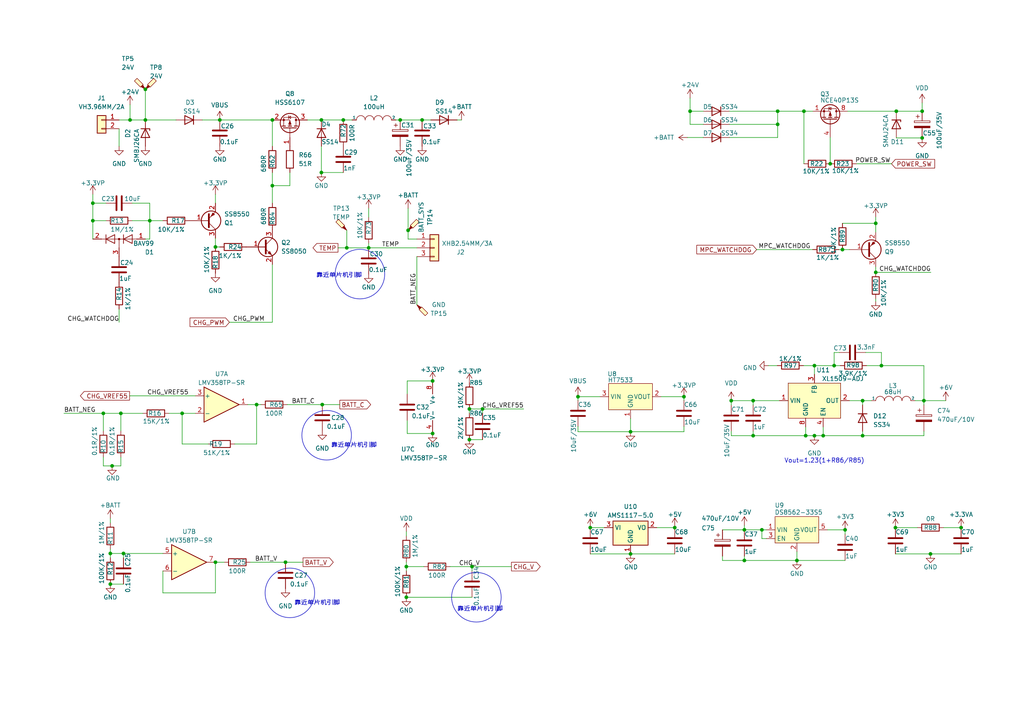
<source format=kicad_sch>
(kicad_sch (version 20231120) (generator "eeschema") (generator_version "8.0")
  (paper "A4")
  (junction (at 267.462 32.258))
  (junction (at 225.552 36.068))
  (junction (at 62.484 163.068))
  (junction (at 233.172 32.258))
  (junction (at 42.164 34.798))
  (junction (at 225.552 32.258))
  (junction (at 182.88 125.222))
  (junction (at 250.19 126.365))
  (junction (at 255.651 106.045))
  (junction (at 238.76 126.365))
  (junction (at 32.512 135.128))
  (junction (at 35.052 119.888))
  (junction (at 245.11 153.67))
  (junction (at 26.924 58.928))
  (junction (at 136.144 118.618))
  (junction (at 93.218 50.038))
  (junction (at 182.88 160.655))
  (junction (at 52.832 119.888))
  (junction (at 220.98 153.67))
  (junction (at 42.164 25.908))
  (junction (at 218.44 126.365))
  (junction (at 93.472 117.348))
  (junction (at 100.584 71.882))
  (junction (at 122.428 34.798))
  (junction (at 93.218 34.798))
  (junction (at 43.434 64.008))
  (junction (at 32.004 160.528))
  (junction (at 215.9 153.67))
  (junction (at 200.152 32.258))
  (junction (at 167.64 115.062))
  (junction (at 99.568 34.798))
  (junction (at 259.715 153.035))
  (junction (at 139.954 118.618))
  (junction (at 82.804 163.068))
  (junction (at 78.994 34.798))
  (junction (at 278.765 153.035))
  (junction (at 26.924 64.008))
  (junction (at 106.934 71.882))
  (junction (at 233.68 126.365))
  (junction (at 63.754 34.798))
  (junction (at 171.196 153.035))
  (junction (at 125.476 110.49))
  (junction (at 269.875 160.655))
  (junction (at 32.004 169.418))
  (junction (at 250.19 116.205))
  (junction (at 198.374 115.062))
  (junction (at 116.078 34.798))
  (junction (at 74.422 117.348))
  (junction (at 117.856 164.338))
  (junction (at 35.814 160.528))
  (junction (at 62.484 71.628))
  (junction (at 125.476 125.73))
  (junction (at 212.09 116.205))
  (junction (at 78.994 53.848))
  (junction (at 37.719 34.798))
  (junction (at 136.144 127.508))
  (junction (at 29.972 119.888))
  (junction (at 241.935 106.045))
  (junction (at 236.22 126.365))
  (junction (at 136.906 164.338))
  (junction (at 244.348 72.39))
  (junction (at 240.792 47.498))
  (junction (at 215.9 162.56))
  (junction (at 231.14 162.56))
  (junction (at 254 64.77))
  (junction (at 259.969 32.258))
  (junction (at 195.707 153.035))
  (junction (at 236.22 106.045))
  (junction (at 117.856 173.228))
  (junction (at 267.97 116.205))
  (junction (at 267.462 40.005))
  (junction (at 118.364 66.802))
  (junction (at 218.44 116.205))
  (junction (at 254 78.994))
  (wire (pts (xy 32.004 160.528) (xy 35.814 160.528)))
  (wire (pts (xy 215.9 161.29) (xy 215.9 162.56)))
  (wire (pts (xy 37.592 114.808) (xy 56.642 114.808)))
  (wire (pts (xy 200.152 32.258) (xy 203.962 32.258)))
  (wire (pts (xy 106.934 71.882) (xy 106.934 70.612)))
  (wire (pts (xy 34.544 37.338) (xy 34.544 42.418)))
  (wire (pts (xy 267.97 106.045) (xy 267.97 116.205)))
  (wire (pts (xy 133.858 34.798) (xy 132.588 34.798)))
  (wire (pts (xy 171.196 153.035) (xy 175.26 153.035)))
  (wire (pts (xy 215.9 153.67) (xy 215.9 152.4)))
  (wire (pts (xy 233.172 32.258) (xy 233.172 47.498)))
  (wire (pts (xy 267.462 40.005) (xy 259.969 40.005)))
  (wire (pts (xy 117.856 154.178) (xy 117.856 155.448)))
  (wire (pts (xy 243.332 72.39) (xy 244.348 72.39)))
  (wire (pts (xy 93.218 50.038) (xy 93.218 42.418)))
  (wire (pts (xy 35.052 119.888) (xy 41.402 119.888)))
  (wire (pts (xy 211.582 39.878) (xy 225.552 39.878)))
  (wire (pts (xy 259.715 153.035) (xy 266.065 153.035)))
  (wire (pts (xy 254 87.376) (xy 254 86.614)))
  (wire (pts (xy 200.152 28.448) (xy 200.152 32.258)))
  (wire (pts (xy 74.422 117.348) (xy 75.692 117.348)))
  (wire (pts (xy 212.09 116.205) (xy 218.44 116.205)))
  (wire (pts (xy 198.374 115.062) (xy 198.374 116.078)))
  (wire (pts (xy 38.354 58.928) (xy 43.434 58.928)))
  (wire (pts (xy 42.164 25.908) (xy 42.164 34.798)))
  (wire (pts (xy 212.09 117.475) (xy 212.09 116.205)))
  (wire (pts (xy 106.934 60.452) (xy 106.934 62.992)))
  (wire (pts (xy 139.954 118.618) (xy 139.954 119.888)))
  (wire (pts (xy 267.462 40.132) (xy 267.462 40.005)))
  (wire (pts (xy 211.582 32.258) (xy 225.552 32.258)))
  (wire (pts (xy 139.954 118.618) (xy 151.892 118.618)))
  (wire (pts (xy 58.674 34.798) (xy 63.754 34.798)))
  (wire (pts (xy 43.434 64.008) (xy 43.434 69.342)))
  (wire (pts (xy 38.354 64.008) (xy 43.434 64.008)))
  (wire (pts (xy 225.552 32.258) (xy 233.172 32.258)))
  (wire (pts (xy 167.64 115.062) (xy 173.99 115.062)))
  (wire (pts (xy 18.542 119.888) (xy 29.972 119.888)))
  (wire (pts (xy 43.434 64.008) (xy 47.244 64.008)))
  (wire (pts (xy 250.19 126.365) (xy 250.19 125.095)))
  (wire (pts (xy 60.452 128.778) (xy 52.832 128.778)))
  (wire (pts (xy 254 64.77) (xy 254 67.31)))
  (wire (pts (xy 100.584 71.882) (xy 106.934 71.882)))
  (wire (pts (xy 211.582 36.068) (xy 225.552 36.068)))
  (wire (pts (xy 68.072 128.778) (xy 74.422 128.778)))
  (wire (pts (xy 218.44 126.365) (xy 233.68 126.365)))
  (wire (pts (xy 62.484 171.958) (xy 62.484 163.068)))
  (wire (pts (xy 99.568 34.798) (xy 93.218 34.798)))
  (wire (pts (xy 171.196 160.655) (xy 182.88 160.655)))
  (wire (pts (xy 238.76 126.365) (xy 250.19 126.365)))
  (wire (pts (xy 209.55 162.56) (xy 209.55 161.29)))
  (wire (pts (xy 245.11 153.67) (xy 245.11 154.94)))
  (wire (pts (xy 222.25 156.21) (xy 220.98 156.21)))
  (wire (pts (xy 267.462 40.005) (xy 267.462 39.878)))
  (wire (pts (xy 250.19 117.475) (xy 250.19 116.205)))
  (wire (pts (xy 238.76 123.825) (xy 238.76 126.365)))
  (wire (pts (xy 63.754 34.798) (xy 78.994 34.798)))
  (wire (pts (xy 215.9 162.56) (xy 209.55 162.56)))
  (wire (pts (xy 114.808 34.798) (xy 116.078 34.798)))
  (wire (pts (xy 250.19 126.365) (xy 267.97 126.365)))
  (wire (pts (xy 222.885 106.045) (xy 225.425 106.045)))
  (wire (pts (xy 120.904 74.422) (xy 120.904 88.392)))
  (wire (pts (xy 62.484 56.388) (xy 62.484 58.928)))
  (wire (pts (xy 34.544 34.798) (xy 37.719 34.798)))
  (wire (pts (xy 100.584 71.882) (xy 98.044 71.882)))
  (wire (pts (xy 43.434 58.928) (xy 43.434 64.008)))
  (wire (pts (xy 118.11 110.49) (xy 125.476 110.49)))
  (wire (pts (xy 52.832 119.888) (xy 56.642 119.888)))
  (wire (pts (xy 267.97 116.205) (xy 265.43 116.205)))
  (wire (pts (xy 78.994 53.848) (xy 84.074 53.848)))
  (wire (pts (xy 182.88 160.655) (xy 195.707 160.655)))
  (wire (pts (xy 136.906 165.608) (xy 136.906 164.338)))
  (wire (pts (xy 117.856 164.338) (xy 122.936 164.338)))
  (wire (pts (xy 252.73 116.205) (xy 250.19 116.205)))
  (wire (pts (xy 267.97 117.475) (xy 267.97 116.205)))
  (wire (pts (xy 42.164 69.342) (xy 43.434 69.342)))
  (wire (pts (xy 251.333 106.045) (xy 255.651 106.045)))
  (wire (pts (xy 74.422 128.778) (xy 74.422 117.348)))
  (wire (pts (xy 195.707 153.035) (xy 190.5 153.035)))
  (wire (pts (xy 136.906 164.338) (xy 148.336 164.338)))
  (wire (pts (xy 49.022 119.888) (xy 52.832 119.888)))
  (wire (pts (xy 255.651 106.045) (xy 267.97 106.045)))
  (wire (pts (xy 93.472 117.348) (xy 98.552 117.348)))
  (wire (pts (xy 93.218 50.038) (xy 99.568 50.038)))
  (wire (pts (xy 118.11 121.92) (xy 118.11 125.73)))
  (wire (pts (xy 246.38 116.205) (xy 250.19 116.205)))
  (wire (pts (xy 32.004 160.528) (xy 32.004 161.798)))
  (wire (pts (xy 215.9 153.67) (xy 209.55 153.67)))
  (wire (pts (xy 218.44 116.205) (xy 218.44 117.475)))
  (wire (pts (xy 29.972 124.968) (xy 29.972 119.888)))
  (wire (pts (xy 274.32 116.205) (xy 267.97 116.205)))
  (wire (pts (xy 273.685 153.035) (xy 278.765 153.035)))
  (wire (pts (xy 182.88 121.412) (xy 182.88 125.222)))
  (wire (pts (xy 225.552 32.258) (xy 225.552 36.068)))
  (wire (pts (xy 26.924 56.388) (xy 26.924 58.928)))
  (wire (pts (xy 198.374 125.222) (xy 198.374 123.698)))
  (wire (pts (xy 83.312 117.348) (xy 93.472 117.348)))
  (wire (pts (xy 199.39 39.878) (xy 203.962 39.878)))
  (wire (pts (xy 29.972 119.888) (xy 35.052 119.888)))
  (wire (pts (xy 82.804 163.068) (xy 87.884 163.068)))
  (wire (pts (xy 78.994 53.848) (xy 78.994 50.038)))
  (wire (pts (xy 233.172 32.258) (xy 235.712 32.258)))
  (wire (pts (xy 236.22 108.585) (xy 236.22 106.045)))
  (wire (pts (xy 42.164 34.798) (xy 51.054 34.798)))
  (wire (pts (xy 66.548 93.472) (xy 78.994 93.472)))
  (wire (pts (xy 118.11 114.3) (xy 118.11 110.49)))
  (wire (pts (xy 240.03 153.67) (xy 245.11 153.67)))
  (wire (pts (xy 244.348 72.39) (xy 246.38 72.39)))
  (wire (pts (xy 200.152 36.068) (xy 203.962 36.068)))
  (wire (pts (xy 100.584 66.802) (xy 100.584 71.882)))
  (wire (pts (xy 241.935 102.235) (xy 241.935 106.045)))
  (wire (pts (xy 231.14 162.56) (xy 245.11 162.56)))
  (wire (pts (xy 251.079 102.235) (xy 255.651 102.235)))
  (wire (pts (xy 72.644 163.068) (xy 82.804 163.068)))
  (wire (pts (xy 254 78.994) (xy 270.002 78.994)))
  (wire (pts (xy 34.544 93.472) (xy 34.544 89.662)))
  (wire (pts (xy 267.462 29.845) (xy 267.462 32.258)))
  (wire (pts (xy 74.422 117.348) (xy 71.882 117.348)))
  (wire (pts (xy 233.045 106.045) (xy 236.22 106.045)))
  (wire (pts (xy 52.832 128.778) (xy 52.832 119.888)))
  (wire (pts (xy 215.9 162.56) (xy 231.14 162.56)))
  (wire (pts (xy 248.412 47.498) (xy 258.572 47.498)))
  (wire (pts (xy 32.512 135.128) (xy 35.052 135.128)))
  (wire (pts (xy 255.651 102.235) (xy 255.651 106.045)))
  (wire (pts (xy 167.64 114.808) (xy 167.64 115.062)))
  (wire (pts (xy 136.144 119.888) (xy 136.144 118.618)))
  (wire (pts (xy 32.004 169.418) (xy 35.814 169.418)))
  (wire (pts (xy 167.64 125.222) (xy 182.88 125.222)))
  (wire (pts (xy 26.924 64.008) (xy 26.924 69.342)))
  (wire (pts (xy 215.9 153.67) (xy 220.98 153.67)))
  (wire (pts (xy 118.364 66.802) (xy 118.364 69.342)))
  (wire (pts (xy 122.428 34.798) (xy 124.968 34.798)))
  (wire (pts (xy 26.924 58.928) (xy 26.924 64.008)))
  (wire (pts (xy 167.64 115.062) (xy 167.64 116.078)))
  (wire (pts (xy 259.969 32.258) (xy 267.462 32.258)))
  (wire (pts (xy 225.552 39.878) (xy 225.552 36.068)))
  (wire (pts (xy 254 62.992) (xy 254 64.77)))
  (wire (pts (xy 37.719 34.798) (xy 42.164 34.798)))
  (wire (pts (xy 219.456 72.39) (xy 235.712 72.39)))
  (wire (pts (xy 269.875 160.655) (xy 278.765 160.655)))
  (wire (pts (xy 236.22 106.045) (xy 241.935 106.045)))
  (wire (pts (xy 267.97 126.365) (xy 267.97 125.095)))
  (wire (pts (xy 118.11 125.73) (xy 125.476 125.73)))
  (wire (pts (xy 106.934 71.882) (xy 120.904 71.882)))
  (wire (pts (xy 35.814 160.528) (xy 47.244 160.528)))
  (wire (pts (xy 32.004 150.368) (xy 32.004 151.638)))
  (wire (pts (xy 117.856 164.338) (xy 117.856 165.608)))
  (wire (pts (xy 78.994 76.708) (xy 78.994 93.472)))
  (wire (pts (xy 243.459 102.235) (xy 241.935 102.235)))
  (wire (pts (xy 29.972 135.128) (xy 32.512 135.128)))
  (wire (pts (xy 245.872 32.258) (xy 259.969 32.258)))
  (wire (pts (xy 191.77 115.062) (xy 198.374 115.062)))
  (wire (pts (xy 63.754 71.628) (xy 62.484 71.628)))
  (wire (pts (xy 78.994 53.848) (xy 78.994 58.928)))
  (wire (pts (xy 200.152 32.258) (xy 200.152 36.068)))
  (wire (pts (xy 195.707 152.781) (xy 195.707 153.035)))
  (wire (pts (xy 167.64 123.698) (xy 167.64 125.222)))
  (wire (pts (xy 259.969 40.005) (xy 259.969 39.878)))
  (wire (pts (xy 254 78.994) (xy 254 77.47)))
  (wire (pts (xy 231.14 160.02) (xy 231.14 162.56)))
  (wire (pts (xy 29.972 132.588) (xy 29.972 135.128)))
  (wire (pts (xy 220.98 153.67) (xy 222.25 153.67)))
  (wire (pts (xy 259.715 160.655) (xy 269.875 160.655)))
  (wire (pts (xy 116.078 34.798) (xy 122.428 34.798)))
  (wire (pts (xy 241.935 106.045) (xy 243.713 106.045)))
  (wire (pts (xy 84.074 53.848) (xy 84.074 50.038)))
  (wire (pts (xy 62.484 163.068) (xy 65.024 163.068)))
  (wire (pts (xy 233.68 126.365) (xy 236.22 126.365)))
  (wire (pts (xy 35.052 119.888) (xy 35.052 124.968)))
  (wire (pts (xy 26.924 64.008) (xy 30.734 64.008)))
  (wire (pts (xy 233.68 123.825) (xy 233.68 126.365)))
  (wire (pts (xy 26.924 58.928) (xy 30.734 58.928)))
  (wire (pts (xy 212.09 126.365) (xy 218.44 126.365)))
  (wire (pts (xy 220.98 156.21) (xy 220.98 153.67)))
  (wire (pts (xy 218.44 126.365) (xy 218.44 125.095)))
  (wire (pts (xy 254 64.77) (xy 244.348 64.77)))
  (wire (pts (xy 47.244 171.958) (xy 62.484 171.958)))
  (wire (pts (xy 117.856 163.068) (xy 117.856 164.338)))
  (wire (pts (xy 35.052 135.128) (xy 35.052 132.588)))
  (wire (pts (xy 37.719 30.353) (xy 37.719 34.798)))
  (wire (pts (xy 118.364 69.342) (xy 120.904 69.342)))
  (wire (pts (xy 236.22 126.365) (xy 238.76 126.365)))
  (wire (pts (xy 62.484 69.088) (xy 62.484 71.628)))
  (wire (pts (xy 136.144 118.618) (xy 139.954 118.618)))
  (wire (pts (xy 118.364 60.452) (xy 118.364 66.802)))
  (wire (pts (xy 35.814 161.798) (xy 35.814 160.528)))
  (wire (pts (xy 102.108 34.798) (xy 99.568 34.798)))
  (wire (pts (xy 136.144 127.508) (xy 139.954 127.508)))
  (wire (pts (xy 47.244 165.608) (xy 47.244 171.958)))
  (wire (pts (xy 130.556 164.338) (xy 136.906 164.338)))
  (wire (pts (xy 240.792 47.498) (xy 240.792 39.878)))
  (wire (pts (xy 182.88 125.222) (xy 198.374 125.222)))
  (wire (pts (xy 89.154 34.798) (xy 93.218 34.798)))
  (wire (pts (xy 32.004 159.258) (xy 32.004 160.528)))
  (wire (pts (xy 78.994 34.798) (xy 78.994 42.418)))
  (wire (pts (xy 117.856 173.228) (xy 136.906 173.228)))
  (wire (pts (xy 218.44 116.205) (xy 226.06 116.205)))
  (wire (pts (xy 212.09 126.365) (xy 212.09 125.095)))
  (circle (center 104.394 79.502) (radius 7.1842))
  (circle (center 94.742 126.238) (radius 7.1842))
  (circle (center 84.074 171.958) (radius 7.1842))
  (circle (center 138.176 173.228) (radius 7.1842))
  (text "靠近单片机引脚" (at 85.344 175.768 0) (effects (font (size 1.27 1.27)) (justify left bottom)))
  (text "Vout=1.23(1+R86/R85)" (at 227.457 134.493 0) (effects (font (size 1.27 1.27)) (justify left bottom)))
  (text "靠近单片机引脚" (at 91.694 80.772 0) (effects (font (size 1.27 1.27)) (justify left bottom)))
  (text "靠近单片机引脚" (at 132.588 177.546 0) (effects (font (size 1.27 1.27)) (justify left bottom)))
  (text "靠近单片机引脚" (at 96.012 130.048 0) (effects (font (size 1.27 1.27)) (justify left bottom)))
  (label "CHG_PWM" (at 67.564 93.472 0))
  (label "CHG_V" (at 133.096 164.338 0))
  (label "BATT_C" (at 84.582 117.348 0))
  (label "BATT_NEG" (at 120.904 88.392 90))
  (label "TEMP" (at 110.744 71.882 0))
  (label "CHG_WATCHDOG" (at 34.544 93.472 180))
  (label "CHG_VREF55" (at 151.892 118.618 180))
  (label "CHG_VREF55" (at 42.672 114.808 0))
  (label "POWER_SW" (at 258.318 47.498 180))
  (label "BATT_NEG" (at 18.542 119.888 0))
  (label "MPC_WATCHDOG" (at 219.964 72.39 0))
  (label "CHG_WATCHDOG" (at 270.002 78.994 180))
  (label "BATT_V" (at 73.914 163.068 0))
  (global_label "POWER_SW" (shape input) (at 258.572 47.498 0) (property "Intersheetrefs" "${INTERSHEET_REFS}" (effects (hide yes))))
  (global_label "BATT_C" (shape output) (at 98.552 117.348 0) (property "Intersheetrefs" "${INTERSHEET_REFS}" (effects (hide yes))))
  (global_label "MPC_WATCHDOG" (shape input) (at 219.456 72.39 180) (property "Intersheetrefs" "${INTERSHEET_REFS}" (effects (hide yes))))
  (global_label "CHG_PWM" (shape input) (at 66.548 93.472 180) (property "Intersheetrefs" "${INTERSHEET_REFS}" (effects (hide yes))))
  (global_label "BATT_V" (shape output) (at 87.884 163.068 0) (property "Intersheetrefs" "${INTERSHEET_REFS}" (effects (hide yes))))
  (global_label "TEMP" (shape output) (at 98.044 71.882 180) (property "Intersheetrefs" "${INTERSHEET_REFS}" (effects (hide yes))))
  (global_label "CHG_VREF55" (shape output) (at 37.592 114.808 180) (property "Intersheetrefs" "${INTERSHEET_REFS}" (effects (hide yes))))
  (global_label "CHG_V" (shape output) (at 148.336 164.338 0) (property "Intersheetrefs" "${INTERSHEET_REFS}" (effects (hide yes))))
  (symbol (lib_id "Amplifier_Operational:MCP6002-xSN") (at 128.016 118.11 0) (unit 3)
    (property "Reference" "U7" (at 116.332 130.302 0) (effects (justify left)))
    (property "Value" "LMV358TP-SR" (at 116.078 132.842 0) (effects (justify left)))
    (property "Footprint" "Package_SO:SOIC-8_3.9x4.9mm_P1.27mm" (effects (hide yes)))
    (property "Datasheet" "http://ww1.microchip.com/downloads/en/DeviceDoc/21733j.pdf" (effects (hide yes)))
  )
  (symbol (lib_id "Device:C") (at 212.09 121.285 0) (unit 1)
    (property "Reference" "C71" (at 212.09 118.745 0) (effects (justify left)))
    (property "Value" "10uF/35V" (at 210.82 132.715 90) (effects (justify left)))
    (property "Footprint" "Capacitor_SMD:C_0805_2012Metric" (effects (hide yes)))
  )
  (symbol (lib_id "Device:D") (at 250.19 121.285 270) (unit 1)
    (property "Reference" "D12" (at 253.238 120.65 90) (effects (justify left)))
    (property "Value" "SS34" (at 253.238 123.19 90) (effects (justify left)))
    (property "Footprint" "Diode_SMD:D_SMA" (effects (hide yes)))
  )
  (symbol (lib_id "Device:R") (at 106.934 66.802 0) (unit 1)
    (property "Reference" "R73" (at 106.934 68.072 90) (effects (justify left)))
    (property "Value" "10K/1%" (at 104.394 69.342 90) (effects (justify left)))
    (property "Footprint" "Resistor_SMD:R_0603_1608Metric" (effects (hide yes)))
  )
  (symbol (lib_id "Device:R") (at 99.568 38.608 0) (unit 1)
    (property "Reference" "R72" (at 99.568 39.878 90) (effects (justify left)))
    (property "Value" "100R" (at 102.108 41.148 90) (effects (justify left)))
    (property "Footprint" "Resistor_SMD:R_0603_1608Metric" (effects (hide yes)))
  )
  (symbol (lib_id "Device:C") (at 259.715 156.845 0) (unit 1)
    (property "Reference" "C69" (at 259.715 154.305 0) (effects (justify left)))
    (property "Value" "1uF" (at 259.715 159.385 0) (effects (justify left)))
    (property "Footprint" "Capacitor_SMD:C_0603_1608Metric" (effects (hide yes)))
  )
  (symbol (lib_id "Device:R") (at 117.856 159.258 0) (unit 1)
    (property "Reference" "R80" (at 117.856 161.798 90) (effects (justify left)))
    (property "Value" "1M/1%" (at 120.396 161.798 90) (effects (justify left)))
    (property "Footprint" "Resistor_SMD:R_0603_1608Metric" (effects (hide yes)))
  )
  (symbol (lib_id "power:VDD") (at 267.462 29.845 0) (unit 1)
    (property "Reference" "#PWR0157" (effects (hide yes)))
    (property "Value" "VDD" (at 267.462 25.527 0))
  )
  (symbol (lib_id "Ovo_Power_Management:RT9013-xx") (at 231.14 153.67 0) (unit 1)
    (property "Reference" "U9" (at 226.06 146.558 0))
    (property "Value" "DS8562-33S5" (at 231.648 148.59 0))
    (property "Footprint" "Package_TO_SOT_SMD:SOT-23-5" (effects (hide yes)))
  )
  (symbol (lib_id "Device:Q_NPN_BEC") (at 76.454 71.628 0) (unit 1)
    (property "Reference" "Q2" (at 81.534 70.3579 0) (effects (justify left)))
    (property "Value" "SS8050" (at 81.534 72.8979 0) (effects (justify left)))
    (property "Footprint" "Package_TO_SOT_SMD:SOT-23" (effects (hide yes)))
  )
  (symbol (lib_id "power:GND") (at 222.885 106.045 270) (unit 1)
    (property "Reference" "#PWR078" (effects (hide yes)))
    (property "Value" "GND" (at 219.583 106.68 90) (effects (justify right)))
  )
  (symbol (lib_id "power:VBUS") (at 167.64 114.808 0) (unit 1)
    (property "Reference" "#PWR046" (effects (hide yes)))
    (property "Value" "VBUS" (at 167.64 110.49 0))
  )
  (symbol (lib_id "power:GND") (at 254 87.376 0) (unit 1)
    (property "Reference" "#PWR017" (effects (hide yes)))
    (property "Value" "GND" (at 254 91.186 0))
  )
  (symbol (lib_id "power:+3V3") (at 259.715 153.035 0) (unit 1)
    (property "Reference" "#PWR081" (effects (hide yes)))
    (property "Value" "+3V3" (at 259.715 149.225 0))
  )
  (symbol (lib_id "Device:R") (at 64.262 128.778 90) (unit 1)
    (property "Reference" "R19" (at 64.516 128.778 90) (effects (justify left)))
    (property "Value" "51K/1%" (at 66.802 131.318 90) (effects (justify left)))
    (property "Footprint" "Resistor_SMD:R_0603_1608Metric" (effects (hide yes)))
  )
  (symbol (lib_id "Device:C") (at 278.765 156.845 0) (unit 1)
    (property "Reference" "C70" (at 278.765 154.305 0) (effects (justify left)))
    (property "Value" "1uF" (at 278.765 159.385 0) (effects (justify left)))
    (property "Footprint" "Capacitor_SMD:C_0603_1608Metric" (effects (hide yes)))
  )
  (symbol (lib_id "power:+24V") (at 200.152 28.448 0) (unit 1)
    (property "Reference" "#PWR0162" (effects (hide yes)))
    (property "Value" "+24V" (at 200.152 24.638 0))
  )
  (symbol (lib_id "power:+24V") (at 37.719 30.353 0) (unit 1)
    (property "Reference" "#PWR056" (effects (hide yes)))
    (property "Value" "+24V" (at 37.719 26.67 0))
  )
  (symbol (lib_id "power:+3.3VP") (at 106.934 60.452 0) (unit 1)
    (property "Reference" "#PWR071" (effects (hide yes)))
    (property "Value" "+3.3VP" (at 106.934 57.15 0))
  )
  (symbol (lib_id "Device:C") (at 245.11 158.75 0) (unit 1)
    (property "Reference" "C40" (at 245.11 156.21 0) (effects (justify left)))
    (property "Value" "1uF" (at 245.11 161.29 0) (effects (justify left)))
    (property "Footprint" "Capacitor_SMD:C_0603_1608Metric" (effects (hide yes)))
  )
  (symbol (lib_id "power:GND") (at 136.144 127.508 0) (unit 1)
    (property "Reference" "#PWR088" (effects (hide yes)))
    (property "Value" "GND" (at 136.144 131.064 0))
  )
  (symbol (lib_id "Device:R") (at 84.074 46.228 0) (unit 1)
    (property "Reference" "R66" (at 86.614 44.9579 0) (effects (justify left)))
    (property "Value" "51R" (at 86.614 47.4979 0) (effects (justify left)))
    (property "Footprint" "Resistor_SMD:R_0603_1608Metric" (effects (hide yes)))
  )
  (symbol (lib_id "Connector_Generic:Conn_01x02") (at 29.464 34.798 0) (mirror y) (unit 1)
    (property "Reference" "J1" (at 29.464 28.448 0))
    (property "Value" "VH3.96MM/2A" (at 29.464 30.988 0))
    (property "Footprint" "Connector_JST:JST_VH_B2P-VH_1x02_P3.96mm_Vertical" (effects (hide yes)))
  )
  (symbol (lib_id "Device:C") (at 34.544 58.928 90) (unit 1)
    (property "Reference" "C23" (at 33.274 57.658 90) (effects (justify left)))
    (property "Value" "10uF" (at 40.894 57.658 90) (effects (justify left)))
    (property "Footprint" "Capacitor_SMD:C_0603_1608Metric" (effects (hide yes)))
  )
  (symbol (lib_name "GND_2") (lib_id "power:GND") (at 42.164 42.418 0) (unit 1)
    (property "Reference" "#PWR057" (effects (hide yes)))
    (property "Value" "GND" (at 42.164 47.498 0))
  )
  (symbol (lib_id "Amplifier_Operational:MCP6002-xSN") (at 64.262 117.348 0) (unit 1)
    (property "Reference" "U7" (at 64.262 108.458 0))
    (property "Value" "LMV358TP-SR" (at 64.262 110.998 0))
    (property "Footprint" "Package_SO:SOIC-8_3.9x4.9mm_P1.27mm" (effects (hide yes)))
    (property "Datasheet" "http://ww1.microchip.com/downloads/en/DeviceDoc/21733j.pdf" (effects (hide yes)))
  )
  (symbol (lib_id "power:GND") (at 63.754 42.418 0) (unit 1)
    (property "Reference" "#PWR060" (effects (hide yes)))
    (property "Value" "GND" (at 63.754 46.228 0))
  )
  (symbol (lib_id "Device:C") (at 118.11 118.11 0) (unit 1)
    (property "Reference" "C32" (at 120.65 118.11 0) (effects (justify left)))
    (property "Value" "0.1uF" (at 119.38 120.65 0) (effects (justify left)))
    (property "Footprint" "Capacitor_SMD:C_0603_1608Metric" (effects (hide yes)))
  )
  (symbol (lib_id "Device:D") (at 93.218 38.608 270) (unit 1)
    (property "Reference" "D4" (at 93.218 36.068 90) (effects (justify left)))
    (property "Value" "SS14" (at 93.218 41.148 90) (effects (justify left)))
    (property "Footprint" "Diode_SMD:D_SOD-123" (effects (hide yes)))
  )
  (symbol (lib_id "power:GND") (at 182.88 125.222 0) (unit 1)
    (property "Reference" "#PWR093" (effects (hide yes)))
    (property "Value" "GND" (at 182.88 129.032 0))
  )
  (symbol (lib_name "GND_5") (lib_id "power:GND") (at 32.512 135.128 0) (unit 1)
    (property "Reference" "#PWR054" (effects (hide yes)))
    (property "Value" "GND" (at 32.766 138.684 0))
  )
  (symbol (lib_id "Device:D") (at 128.778 34.798 180) (unit 1)
    (property "Reference" "D9" (at 127.508 29.718 0))
    (property "Value" "SS14" (at 128.778 32.258 0))
    (property "Footprint" "Diode_SMD:D_SOD-123" (effects (hide yes)))
  )
  (symbol (lib_id "Device:C") (at 35.814 165.608 0) (unit 1)
    (property "Reference" "C25" (at 37.084 164.338 90) (effects (justify left)))
    (property "Value" "0.1uF" (at 37.084 171.958 90) (effects (justify left)))
    (property "Footprint" "Capacitor_SMD:C_0603_1608Metric" (effects (hide yes)))
  )
  (symbol (lib_id "power:+6V") (at 171.196 153.035 0) (unit 1)
    (property "Reference" "#PWR095" (effects (hide yes)))
    (property "Value" "+6V" (at 171.196 149.225 0))
  )
  (symbol (lib_id "Device:C") (at 122.428 38.608 0) (unit 1)
    (property "Reference" "C33" (at 122.682 36.576 0) (effects (justify left)))
    (property "Value" "0.1uF" (at 122.428 41.148 0) (effects (justify left)))
    (property "Footprint" "Capacitor_SMD:C_0603_1608Metric" (effects (hide yes)))
  )
  (symbol (lib_id "Ovo_Power_Management:HT7533") (at 182.88 115.062 0) (unit 1)
    (property "Reference" "U8" (at 177.546 108.458 0))
    (property "Value" "HT7533" (at 179.959 110.236 0))
    (property "Footprint" "Package_TO_SOT_SMD:SOT-89-3" (effects (hide yes)))
  )
  (symbol (lib_id "Device:D") (at 207.772 36.068 180) (unit 1)
    (property "Reference" "D6" (at 205.232 34.798 0))
    (property "Value" "SS34" (at 211.582 34.798 0))
    (property "Footprint" "Diode_SMD:D_SMA" (effects (hide yes)))
  )
  (symbol (lib_id "Device:C") (at 34.544 78.232 0) (unit 1)
    (property "Reference" "C24" (at 34.798 76.2 0) (effects (justify left)))
    (property "Value" "1uF" (at 34.544 80.772 0) (effects (justify left)))
    (property "Footprint" "Capacitor_SMD:C_0603_1608Metric" (effects (hide yes)))
  )
  (symbol (lib_id "Device:R") (at 254 82.804 180) (unit 1)
    (property "Reference" "R90" (at 254 80.772 90) (effects (justify left)))
    (property "Value" "10K/1%" (at 256.286 81.026 90) (effects (justify left)))
    (property "Footprint" "Resistor_SMD:R_0603_1608Metric" (effects (hide yes)))
  )
  (symbol (lib_id "Device:Q_PNP_BEC") (at 251.46 72.39 0) (mirror x) (unit 1)
    (property "Reference" "Q9" (at 256.54 73.025 0) (effects (justify left)))
    (property "Value" "SS8550" (at 256.54 70.485 0) (effects (justify left)))
    (property "Footprint" "Package_TO_SOT_SMD:SOT-23" (effects (hide yes)))
  )
  (symbol (lib_id "Device:C") (at 82.804 166.878 0) (unit 1)
    (property "Reference" "C27" (at 85.344 166.878 0) (effects (justify left)))
    (property "Value" "0.1uF" (at 84.074 169.418 0) (effects (justify left)))
    (property "Footprint" "Capacitor_SMD:C_0603_1608Metric" (effects (hide yes)))
  )
  (symbol (lib_id "Device:C_Polarized") (at 267.97 121.285 0) (unit 1)
    (property "Reference" "C74" (at 271.78 119.1259 0) (effects (justify left)))
    (property "Value" "470uF/10V" (at 271.78 121.6659 0) (effects (justify left)))
    (property "Footprint" "Capacitor_SMD:CP_Elec_6.3x7.7" (effects (hide yes)))
  )
  (symbol (lib_id "Device:R") (at 78.994 62.738 0) (unit 1)
    (property "Reference" "R64" (at 78.994 65.278 90) (effects (justify left)))
    (property "Value" "680R" (at 76.454 65.278 90) (effects (justify left)))
    (property "Footprint" "Resistor_SMD:R_0603_1608Metric" (effects (hide yes)))
  )
  (symbol (lib_id "Connector:TestPoint_Probe") (at 120.904 88.392 270) (unit 1)
    (property "Reference" "TP15" (at 127.254 90.932 90))
    (property "Value" "GND" (at 127.254 88.392 90))
    (property "Footprint" "TestPoint:TestPoint_Pad_D1.0mm" (effects (hide yes)))
  )
  (symbol (lib_id "Device:D_Zener") (at 259.969 36.068 270) (unit 1)
    (property "Reference" "D11" (at 258.318 41.148 90) (effects (justify left)))
    (property "Value" "SMAJ24CA" (at 256.921 33.147 0) (effects (justify left)))
    (property "Footprint" "Diode_SMD:D_SMA" (effects (hide yes)))
  )
  (symbol (lib_id "Device:R") (at 136.144 114.808 0) (unit 1)
    (property "Reference" "R85" (at 136.144 110.998 0) (effects (justify left)))
    (property "Value" "10K/1%" (at 133.604 118.618 90) (effects (justify left)))
    (property "Footprint" "Resistor_SMD:R_0603_1608Metric" (effects (hide yes)))
  )
  (symbol (lib_id "power:GND") (at 231.14 162.56 0) (unit 1)
    (property "Reference" "#PWR075" (effects (hide yes)))
    (property "Value" "GND" (at 231.14 166.37 0))
  )
  (symbol (lib_id "Device:R") (at 239.522 72.39 270) (unit 1)
    (property "Reference" "R87" (at 237.236 72.39 90) (effects (justify left)))
    (property "Value" "1K/1%" (at 236.728 74.676 90) (effects (justify left)))
    (property "Footprint" "Resistor_SMD:R_0603_1608Metric" (effects (hide yes)))
  )
  (symbol (lib_name "GND_3") (lib_id "power:GND") (at 82.804 170.688 0) (unit 1)
    (property "Reference" "#PWR061" (effects (hide yes)))
    (property "Value" "GND" (at 82.804 175.768 0))
  )
  (symbol (lib_id "power:+5V") (at 215.9 152.4 0) (unit 1)
    (property "Reference" "#PWR073" (effects (hide yes)))
    (property "Value" "+5V" (at 215.9 148.59 0))
  )
  (symbol (lib_id "Device:C") (at 167.64 119.888 0) (unit 1)
    (property "Reference" "C36" (at 167.64 117.348 0) (effects (justify left)))
    (property "Value" "10uF/35V" (at 166.37 131.318 90) (effects (justify left)))
    (property "Footprint" "Capacitor_SMD:C_0805_2012Metric" (effects (hide yes)))
  )
  (symbol (lib_id "power:VDD") (at 117.856 154.178 0) (unit 1)
    (property "Reference" "#PWR065" (effects (hide yes)))
    (property "Value" "VDD" (at 117.856 150.368 0))
  )
  (symbol (lib_id "Device:C") (at 171.196 156.845 0) (unit 1)
    (property "Reference" "C67" (at 171.196 154.305 0) (effects (justify left)))
    (property "Value" "10uF" (at 171.196 159.385 0) (effects (justify left)))
    (property "Footprint" "Capacitor_SMD:C_0603_1608Metric" (effects (hide yes)))
  )
  (symbol (lib_id "power:+6V") (at 274.32 116.205 0) (unit 1)
    (property "Reference" "#PWR087" (effects (hide yes)))
    (property "Value" "+6V" (at 274.32 112.395 0))
  )
  (symbol (lib_id "power:GND") (at 269.875 160.655 0) (unit 1)
    (property "Reference" "#PWR082" (effects (hide yes)))
    (property "Value" "GND" (at 269.875 164.465 0))
  )
  (symbol (lib_id "Device:R") (at 68.834 163.068 90) (unit 1)
    (property "Reference" "R25" (at 71.374 163.068 90) (effects (justify left)))
    (property "Value" "100R" (at 71.374 165.608 90) (effects (justify left)))
    (property "Footprint" "Resistor_SMD:R_0603_1608Metric" (effects (hide yes)))
  )
  (symbol (lib_id "Device:R") (at 45.212 119.888 90) (unit 1)
    (property "Reference" "R16" (at 46.863 119.888 90) (effects (justify left)))
    (property "Value" "15K/1%" (at 49.276 122.174 90) (effects (justify left)))
    (property "Footprint" "Resistor_SMD:R_0603_1608Metric" (effects (hide yes)))
  )
  (symbol (lib_id "power:GND") (at 236.22 126.365 0) (unit 1)
    (property "Reference" "#PWR084" (effects (hide yes)))
    (property "Value" "GND" (at 236.22 131.445 0))
  )
  (symbol (lib_id "power:VDD") (at 212.09 116.205 0) (unit 1)
    (property "Reference" "#PWR074" (effects (hide yes)))
    (property "Value" "VDD" (at 212.09 111.125 0))
  )
  (symbol (lib_id "Device:C") (at 218.44 121.285 0) (unit 1)
    (property "Reference" "C72" (at 218.44 118.745 0) (effects (justify left)))
    (property "Value" "1uF" (at 218.44 123.825 0) (effects (justify left)))
    (property "Footprint" "Capacitor_SMD:C_0603_1608Metric" (effects (hide yes)))
  )
  (symbol (lib_id "Device:R") (at 62.484 75.438 0) (unit 1)
    (property "Reference" "R18" (at 62.484 77.978 90) (effects (justify left)))
    (property "Value" "10K/1%" (at 59.944 79.248 90) (effects (justify left)))
    (property "Footprint" "Resistor_SMD:R_0603_1608Metric" (effects (hide yes)))
  )
  (symbol (lib_id "power:+3.3VP") (at 62.484 56.388 0) (unit 1)
    (property "Reference" "#PWR058" (effects (hide yes)))
    (property "Value" "+3.3VP" (at 62.484 53.086 0))
  )
  (symbol (lib_id "Device:R") (at 67.564 71.628 90) (unit 1)
    (property "Reference" "R24" (at 70.104 71.628 90) (effects (justify left)))
    (property "Value" "1K/1%" (at 70.104 74.168 90) (effects (justify left)))
    (property "Footprint" "Resistor_SMD:R_0603_1608Metric" (effects (hide yes)))
  )
  (symbol (lib_id "power:+3.3VP") (at 198.374 115.062 0) (unit 1)
    (property "Reference" "#PWR083" (effects (hide yes)))
    (property "Value" "+3.3VP" (at 198.374 111.76 0))
  )
  (symbol (lib_id "Device:R") (at 247.523 106.045 90) (unit 1)
    (property "Reference" "R98" (at 247.396 105.918 90))
    (property "Value" "3.9K/1%" (at 247.396 108.331 90))
    (property "Footprint" "Resistor_SMD:R_0603_1608Metric" (effects (hide yes)))
  )
  (symbol (lib_id "Connector_Generic:Conn_01x03") (at 125.984 71.882 0) (unit 1)
    (property "Reference" "J2" (at 133.604 73.152 0))
    (property "Value" "XHB2.54MM/3A" (at 135.509 70.612 0))
    (property "Footprint" "Connector_JST:JST_XH_B3B-XH-A_1x03_P2.50mm_Vertical" (effects (hide yes)))
  )
  (symbol (lib_id "power:+3V3") (at 245.11 153.67 0) (unit 1)
    (property "Reference" "#PWR076" (effects (hide yes)))
    (property "Value" "+3V3" (at 245.11 149.86 0))
  )
  (symbol (lib_id "power:+3.3VP") (at 136.144 110.998 0) (unit 1)
    (property "Reference" "#PWR086" (effects (hide yes)))
    (property "Value" "+3.3VP" (at 136.144 107.696 0))
  )
  (symbol (lib_id "Device:D") (at 54.864 34.798 180) (unit 1)
    (property "Reference" "D3" (at 55.118 29.718 0))
    (property "Value" "SS14" (at 55.626 32.258 0))
    (property "Footprint" "Diode_SMD:D_SOD-123" (effects (hide yes)))
  )
  (symbol (lib_id "power:+BATT") (at 133.858 34.798 0) (unit 1)
    (property "Reference" "#PWR070" (effects (hide yes)))
    (property "Value" "+BATT" (at 133.858 30.988 0))
  )
  (symbol (lib_id "Device:Q_PMOS_GSD") (at 84.074 37.338 270) (mirror x) (unit 1)
    (property "Reference" "Q8" (at 84.074 27.178 90))
    (property "Value" "HSS6107" (at 84.074 29.718 90))
    (property "Footprint" "Package_TO_SOT_SMD:SOT-23" (effects (hide yes)))
  )
  (symbol (lib_id "power:GND") (at 116.078 42.418 0) (unit 1)
    (property "Reference" "#PWR064" (effects (hide yes)))
    (property "Value" "GND" (at 116.078 46.228 0))
  )
  (symbol (lib_id "Device:R") (at 229.235 106.045 90) (unit 1)
    (property "Reference" "R97" (at 229.235 106.045 90))
    (property "Value" "1K/1%" (at 229.235 104.013 90))
    (property "Footprint" "Resistor_SMD:R_0603_1608Metric" (effects (hide yes)))
  )
  (symbol (lib_name "GND_6") (lib_id "power:GND") (at 125.476 125.73 0) (unit 1)
    (property "Reference" "#PWR069" (effects (hide yes)))
    (property "Value" "GND" (at 125.476 129.032 0))
  )
  (symbol (lib_name "GND_4") (lib_id "power:GND") (at 62.484 79.248 0) (unit 1)
    (property "Reference" "#PWR059" (effects (hide yes)))
    (property "Value" "GND" (at 62.484 84.328 0))
  )
  (symbol (lib_id "power:+3.3VP") (at 125.476 110.49 0) (unit 1)
    (property "Reference" "#PWR049" (effects (hide yes)))
    (property "Value" "+3.3VP" (at 125.476 107.188 0))
  )
  (symbol (lib_id "pspice:INDUCTOR") (at 259.08 116.205 0) (unit 1)
    (property "Reference" "L3" (at 258.953 111.887 0))
    (property "Value" "68uH" (at 258.953 113.665 0))
    (property "Footprint" "Ovo_Inductor_SMD:L_GZJ_CD75" (effects (hide yes)))
  )
  (symbol (lib_id "Device:D") (at 207.772 32.258 180) (unit 1)
    (property "Reference" "D5" (at 205.232 30.988 0))
    (property "Value" "SS34" (at 211.582 30.988 0))
    (property "Footprint" "Diode_SMD:D_SMA" (effects (hide yes)))
  )
  (symbol (lib_id "Ovo_Power_Management:XL1509-xxE1") (at 236.22 116.205 0) (unit 1)
    (property "Reference" "U11" (at 238.76 107.315 0))
    (property "Value" "XL1509-ADJ" (at 244.475 109.855 0))
    (property "Footprint" "Package_SO:SOIC-8_3.9x4.9mm_P1.27mm" (effects (hide yes)))
  )
  (symbol (lib_id "power:VBUS") (at 63.754 34.798 0) (unit 1)
    (property "Reference" "#PWR080" (effects (hide yes)))
    (property "Value" "VBUS" (at 63.754 30.48 0))
  )
  (symbol (lib_id "power:GND") (at 122.428 42.418 0) (unit 1)
    (property "Reference" "#PWR067" (effects (hide yes)))
    (property "Value" "GND" (at 122.428 46.228 0))
  )
  (symbol (lib_id "power:+3.3VP") (at 254 62.992 0) (unit 1)
    (property "Reference" "#PWR094" (effects (hide yes)))
    (property "Value" "+3.3VP" (at 254 59.69 0))
  )
  (symbol (lib_id "Connector:TestPoint_Probe") (at 100.584 66.802 90) (unit 1)
    (property "Reference" "TP13" (at 98.9965 60.452 90))
    (property "Value" "TEMP" (at 98.9965 62.992 90))
    (property "Footprint" "TestPoint:TestPoint_Pad_D1.0mm" (effects (hide yes)))
  )
  (symbol (lib_id "Device:C") (at 195.707 156.845 0) (unit 1)
    (property "Reference" "C68" (at 195.707 154.305 0) (effects (justify left)))
    (property "Value" "10uF" (at 195.707 159.385 0) (effects (justify left)))
    (property "Footprint" "Capacitor_SMD:C_0603_1608Metric" (effects (hide yes)))
  )
  (symbol (lib_id "Device:R") (at 79.502 117.348 90) (unit 1)
    (property "Reference" "R65" (at 82.042 117.348 90) (effects (justify left)))
    (property "Value" "100R" (at 82.042 119.888 90) (effects (justify left)))
    (property "Footprint" "Resistor_SMD:R_0603_1608Metric" (effects (hide yes)))
  )
  (symbol (lib_id "Device:R") (at 269.875 153.035 90) (unit 1)
    (property "Reference" "R88" (at 269.875 153.035 90))
    (property "Value" "0R" (at 269.875 150.495 90))
    (property "Footprint" "Resistor_SMD:R_0603_1608Metric" (effects (hide yes)))
  )
  (symbol (lib_id "Device:C") (at 247.269 102.235 90) (unit 1)
    (property "Reference" "C73" (at 245.618 100.965 90) (effects (justify left)))
    (property "Value" "3.3nF" (at 254 100.711 90) (effects (justify left)))
    (property "Footprint" "Capacitor_SMD:C_0603_1608Metric" (effects (hide yes)))
  )
  (symbol (lib_id "Device:R") (at 51.054 64.008 90) (unit 1)
    (property "Reference" "R17" (at 53.594 64.008 90) (effects (justify left)))
    (property "Value" "10K/1%" (at 53.594 66.548 90) (effects (justify left)))
    (property "Footprint" "Resistor_SMD:R_0603_1608Metric" (effects (hide yes)))
  )
  (symbol (lib_id "Device:R") (at 78.994 46.228 0) (unit 1)
    (property "Reference" "R62" (at 78.994 48.768 90) (effects (justify left)))
    (property "Value" "680R" (at 76.454 50.038 90) (effects (justify left)))
    (property "Footprint" "Resistor_SMD:R_0603_1608Metric" (effects (hide yes)))
  )
  (symbol (lib_id "power:+BATT") (at 32.004 150.368 0) (unit 1)
    (property "Reference" "#PWR052" (effects (hide yes)))
    (property "Value" "+BATT" (at 32.004 146.558 0))
  )
  (symbol (lib_id "Device:D") (at 207.772 39.878 180) (unit 1)
    (property "Reference" "D7" (at 205.232 38.608 0))
    (property "Value" "SS34" (at 211.582 38.608 0))
    (property "Footprint" "Diode_SMD:D_SMA" (effects (hide yes)))
  )
  (symbol (lib_id "Device:R") (at 32.004 155.448 0) (unit 1)
    (property "Reference" "R11" (at 32.004 157.988 90) (effects (justify left)))
    (property "Value" "1M/1%" (at 29.464 157.988 90) (effects (justify left)))
    (property "Footprint" "Resistor_SMD:R_0603_1608Metric" (effects (hide yes)))
  )
  (symbol (lib_id "pspice:INDUCTOR") (at 108.458 34.798 0) (unit 1)
    (property "Reference" "L2" (at 108.458 28.448 0))
    (property "Value" "100uH" (at 108.458 30.988 0))
    (property "Footprint" "Ovo_Inductor_SMD:L_GZJ_WNR6045" (effects (hide yes)))
  )
  (symbol (lib_id "power:GND") (at 117.856 173.228 0) (unit 1)
    (property "Reference" "#PWR066" (effects (hide yes)))
    (property "Value" "GND" (at 117.856 177.038 0))
  )
  (symbol (lib_id "Device:R") (at 236.982 47.498 90) (unit 1)
    (property "Reference" "R22" (at 236.855 47.498 90))
    (property "Value" "10K/1%" (at 236.728 49.657 90))
    (property "Footprint" "Resistor_SMD:R_0603_1608Metric" (effects (hide yes)))
  )
  (symbol (lib_id "Device:C_Polarized") (at 267.462 36.068 0) (unit 1)
    (property "Reference" "C55" (at 267.589 38.608 0) (effects (justify left)))
    (property "Value" "100uF/35V" (at 272.415 43.307 90) (effects (justify left)))
    (property "Footprint" "Capacitor_SMD:CP_Elec_6.3x5.4" (effects (hide yes)))
  )
  (symbol (lib_id "Device:R") (at 29.972 128.778 180) (unit 1)
    (property "Reference" "R10" (at 29.972 127.508 90) (effects (justify left)))
    (property "Value" "0.1R/1%" (at 27.432 123.698 90) (effects (justify left)))
    (property "Footprint" "Resistor_SMD:R_1206_3216Metric" (effects (hide yes)))
  )
  (symbol (lib_id "power:+3.3VP") (at 26.924 56.388 0) (unit 1)
    (property "Reference" "#PWR051" (effects (hide yes)))
    (property "Value" "+3.3VP" (at 26.924 53.086 0))
  )
  (symbol (lib_id "Device:C") (at 99.568 46.228 0) (unit 1)
    (property "Reference" "C29" (at 99.822 44.196 0) (effects (justify left)))
    (property "Value" "1nF" (at 99.568 48.768 0) (effects (justify left)))
    (property "Footprint" "Capacitor_SMD:C_0603_1608Metric" (effects (hide yes)))
  )
  (symbol (lib_id "Device:C") (at 136.906 169.418 0) (unit 1)
    (property "Reference" "C34" (at 138.176 168.148 90) (effects (justify left)))
    (property "Value" "0.1uF" (at 138.176 175.768 90) (effects (justify left)))
    (property "Footprint" "Capacitor_SMD:C_0603_1608Metric" (effects (hide yes)))
  )
  (symbol (lib_id "power:+5V") (at 195.707 152.781 0) (unit 1)
    (property "Reference" "#PWR097" (effects (hide yes)))
    (property "Value" "+5V" (at 195.707 149.225 0))
  )
  (symbol (lib_id "Device:R") (at 117.856 169.418 0) (unit 1)
    (property "Reference" "R81" (at 117.856 170.688 90) (effects (justify left)))
    (property "Value" "100K/1%" (at 115.316 173.228 90) (effects (justify left)))
    (property "Footprint" "Resistor_SMD:R_0603_1608Metric" (effects (hide yes)))
  )
  (symbol (lib_id "power:+BATT") (at 199.39 39.878 90) (unit 1)
    (property "Reference" "#PWR0154" (effects (hide yes)))
    (property "Value" "+BATT" (at 195.58 39.8779 90) (effects (justify left)))
  )
  (symbol (lib_id "Device:R") (at 32.004 165.608 0) (unit 1)
    (property "Reference" "R12" (at 32.004 166.878 90) (effects (justify left)))
    (property "Value" "100K/1%" (at 29.464 169.418 90) (effects (justify left)))
    (property "Footprint" "Resistor_SMD:R_0603_1608Metric" (effects (hide yes)))
  )
  (symbol (lib_id "Diode:BAV99") (at 34.544 69.342 0) (mirror y) (unit 1)
    (property "Reference" "D1" (at 44.704 73.152 0) (effects (justify left)))
    (property "Value" "BAV99" (at 44.704 70.612 0) (effects (justify left)))
    (property "Footprint" "Package_TO_SOT_SMD:SOT-23" (effects (hide yes)))
    (property "Datasheet" "https://assets.nexperia.com/documents/data-sheet/BAV99_SER.pdf" (effects (hide yes)))
  )
  (symbol (lib_id "power:+3.3VA") (at 278.765 153.035 0) (unit 1)
    (property "Reference" "#PWR085" (effects (hide yes)))
    (property "Value" "+3.3VA" (at 278.765 149.225 0))
  )
  (symbol (lib_id "power:GND") (at 106.934 79.502 0) (unit 1)
    (property "Reference" "#PWR072" (effects (hide yes)))
    (property "Value" "GND" (at 106.934 83.312 0))
  )
  (symbol (lib_id "Device:C") (at 106.934 75.692 0) (unit 1)
    (property "Reference" "C30" (at 107.188 73.66 0) (effects (justify left)))
    (property "Value" "0.1uF" (at 106.934 78.232 0) (effects (justify left)))
    (property "Footprint" "Capacitor_SMD:C_0603_1608Metric" (effects (hide yes)))
  )
  (symbol (lib_id "power:GND") (at 32.004 169.418 0) (unit 1)
    (property "Reference" "#PWR053" (effects (hide yes)))
    (property "Value" "GND" (at 32.004 173.228 0))
  )
  (symbol (lib_id "Device:R") (at 136.144 123.698 0) (unit 1)
    (property "Reference" "R86" (at 136.144 119.888 0) (effects (justify left)))
    (property "Value" "2K/1%" (at 133.604 127.508 90) (effects (justify left)))
    (property "Footprint" "Resistor_SMD:R_0603_1608Metric" (effects (hide yes)))
  )
  (symbol (lib_id "Device:C") (at 215.9 157.48 0) (unit 1)
    (property "Reference" "C37" (at 215.9 154.94 0) (effects (justify left)))
    (property "Value" "1uF" (at 215.9 160.02 0) (effects (justify left)))
    (property "Footprint" "Capacitor_SMD:C_0603_1608Metric" (effects (hide yes)))
  )
  (symbol (lib_id "Device:Q_PNP_BEC") (at 59.944 64.008 0) (mirror x) (unit 1)
    (property "Reference" "Q1" (at 65.024 64.643 0) (effects (justify left)))
    (property "Value" "SS8550" (at 65.024 62.103 0) (effects (justify left)))
    (property "Footprint" "Package_TO_SOT_SMD:SOT-23" (effects (hide yes)))
  )
  (symbol (lib_id "Connector:TestPoint_Probe") (at 42.164 25.908 90) (unit 1)
    (property "Reference" "TP5" (at 37.084 17.018 90))
    (property "Value" "24V" (at 37.084 19.558 90))
    (property "Footprint" "TestPoint:TestPoint_Pad_D1.0mm" (effects (hide yes)))
  )
  (symbol (lib_name "GND_3") (lib_id "power:GND") (at 93.472 124.968 0) (unit 1)
    (property "Reference" "#PWR062" (effects (hide yes)))
    (property "Value" "GND" (at 93.472 130.048 0))
  )
  (symbol (lib_id "Connector:TestPoint_Probe") (at 118.364 66.802 0) (unit 1)
    (property "Reference" "TP14" (at 124.714 62.992 90))
    (property "Value" "BATT_SYS" (at 122.174 62.992 90))
    (property "Footprint" "TestPoint:TestPoint_Pad_D1.0mm" (effects (hide yes)))
  )
  (symbol (lib_id "power:GND") (at 93.218 50.038 0) (unit 1)
    (property "Reference" "#PWR063" (effects (hide yes)))
    (property "Value" "GND" (at 93.218 53.848 0))
  )
  (symbol (lib_id "Device:R") (at 126.746 164.338 90) (unit 1)
    (property "Reference" "R82" (at 129.286 164.338 90) (effects (justify left)))
    (property "Value" "100R" (at 129.286 166.878 90) (effects (justify left)))
    (property "Footprint" "Resistor_SMD:R_0603_1608Metric" (effects (hide yes)))
  )
  (symbol (lib_id "Transistor_FET:FDS9435A") (at 240.792 34.798 270) (mirror x) (unit 1)
    (property "Reference" "Q3" (at 237.871 27.305 90) (effects (justify left)))
    (property "Value" "NCE40P13S" (at 237.871 29.083 90) (effects (justify left)))
    (property "Footprint" "Package_SO:SOIC-8_3.9x4.9mm_P1.27mm" (effects (hide yes)))
    (property "Datasheet" "https://www.onsemi.com/pub/Collateral/FDS9435A-D.PDF" (effects (hide yes)))
  )
  (symbol (lib_id "Device:C_Polarized") (at 116.078 38.608 0) (unit 1)
    (property "Reference" "C31" (at 116.332 36.322 0) (effects (justify left)))
    (property "Value" "100uF/35V" (at 118.618 51.308 90) (effects (justify left)))
    (property "Footprint" "Capacitor_SMD:CP_Elec_6.3x5.4" (effects (hide yes)))
  )
  (symbol (lib_id "Device:R") (at 34.544 64.008 270) (unit 1)
    (property "Reference" "R13" (at 32.004 64.008 90) (effects (justify left)))
    (property "Value" "1M/1%" (at 32.004 66.548 90) (effects (justify left)))
    (property "Footprint" "Resistor_SMD:R_0603_1608Metric" (effects (hide yes)))
  )
  (symbol (lib_id "power:GND") (at 267.462 40.132 0) (unit 1)
    (property "Reference" "#PWR027" (effects (hide yes)))
    (property "Value" "GND" (at 267.462 45.212 0))
  )
  (symbol (lib_id "Device:C") (at 63.754 38.608 0) (unit 1)
    (property "Reference" "C26" (at 64.008 36.576 0) (effects (justify left)))
    (property "Value" "0.1uF" (at 63.754 41.148 0) (effects (justify left)))
    (property "Footprint" "Capacitor_SMD:C_0603_1608Metric" (effects (hide yes)))
  )
  (symbol (lib_id "Device:C") (at 93.472 121.158 0) (unit 1)
    (property "Reference" "C28" (at 96.012 121.158 0) (effects (justify left)))
    (property "Value" "0.1uF" (at 94.742 123.698 0) (effects (justify left)))
    (property "Footprint" "Capacitor_SMD:C_0603_1608Metric" (effects (hide yes)))
  )
  (symbol (lib_id "Device:D_Zener") (at 42.164 38.608 270) (unit 1)
    (property "Reference" "D2" (at 37.084 37.338 0) (effects (justify left)))
    (property "Value" "SMBJ26CA" (at 39.624 37.338 0) (effects (justify left)))
    (property "Footprint" "Diode_SMD:D_SMB" (effects (hide yes)))
  )
  (symbol (lib_id "Regulator_Linear:AMS1117-5.0") (at 182.88 153.035 0) (unit 1)
    (property "Reference" "U10" (at 182.88 146.939 0))
    (property "Value" "AMS1117-5.0" (at 182.88 149.479 0))
    (property "Footprint" "Package_TO_SOT_SMD:SOT-223-3_TabPin2" (effects (hide yes)))
    (property "Datasheet" "http://www.advanced-monolithic.com/pdf/ds1117.pdf" (effects (hide yes)))
  )
  (symbol (lib_id "Device:R") (at 244.348 68.58 180) (unit 1)
    (property "Reference" "R89" (at 244.348 66.548 90) (effects (justify left)))
    (property "Value" "10K/1%" (at 241.808 65.786 90) (effects (justify left)))
    (property "Footprint" "Resistor_SMD:R_0603_1608Metric" (effects (hide yes)))
  )
  (symbol (lib_id "Device:C") (at 198.374 119.888 0) (unit 1)
    (property "Reference" "C66" (at 198.374 117.348 0) (effects (justify left)))
    (property "Value" "10uF" (at 198.374 122.428 0) (effects (justify left)))
    (property "Footprint" "Capacitor_SMD:C_0603_1608Metric" (effects (hide yes)))
  )
  (symbol (lib_id "power:GND") (at 182.88 160.655 0) (unit 1)
    (property "Reference" "#PWR096" (effects (hide yes)))
    (property "Value" "GND" (at 183.007 164.465 0))
  )
  (symbol (lib_id "Device:R") (at 34.544 85.852 180) (unit 1)
    (property "Reference" "R14" (at 34.544 83.312 90) (effects (justify left)))
    (property "Value" "1K/1%" (at 37.084 83.312 90) (effects (justify left)))
    (property "Footprint" "Resistor_SMD:R_0603_1608Metric" (effects (hide yes)))
  )
  (symbol (lib_id "Device:R") (at 244.602 47.498 90) (unit 1)
    (property "Reference" "R23" (at 246.38 47.498 90) (effects (justify left)))
    (property "Value" "10K/1%" (at 249.174 49.53 90) (effects (justify left)))
    (property "Footprint" "Resistor_SMD:R_0603_1608Metric" (effects (hide yes)))
  )
  (symbol (lib_id "power:+BATT") (at 118.364 60.452 0) (unit 1)
    (property "Reference" "#PWR050" (effects (hide yes)))
    (property "Value" "+BATT" (at 118.364 56.642 0))
  )
  (symbol (lib_id "Device:R") (at 35.052 128.778 180) (unit 1)
    (property "Reference" "R15" (at 35.052 127.508 90) (effects (justify left)))
    (property "Value" "0.1R/1%" (at 32.512 123.698 90) (effects (justify left)))
    (property "Footprint" "Resistor_SMD:R_1206_3216Metric" (effects (hide yes)))
  )
  (symbol (lib_id "Connector:TestPoint_Probe") (at 42.164 25.908 0) (unit 1)
    (property "Reference" "TP8" (at 43.434 19.558 0) (effects (justify left)))
    (property "Value" "24V" (at 43.434 22.098 0) (effects (justify left)))
    (property "Footprint" "TestPoint:TestPoint_Pad_D1.0mm" (effects (hide yes)))
  )
  (symbol (lib_name "GND_1") (lib_id "power:GND") (at 34.544 42.418 0) (unit 1)
    (property "Reference" "#PWR055" (effects (hide yes)))
    (property "Value" "GND" (at 34.544 47.498 0))
  )
  (symbol (lib_id "Device:C") (at 139.954 123.698 0) (unit 1)
    (property "Reference" "C35" (at 139.954 121.158 0) (effects (justify left)))
    (property "Value" "0.1uF" (at 139.954 126.238 0) (effects (justify left)))
    (property "Footprint" "Capacitor_SMD:C_0603_1608Metric" (effects (hide yes)))
  )
  (symbol (lib_id "Amplifier_Operational:MCP6002-xSN") (at 54.864 163.068 0) (unit 2)
    (property "Reference" "U7" (at 54.864 154.178 0))
    (property "Value" "LMV358TP-SR" (at 54.864 156.718 0))
    (property "Footprint" "Package_SO:SOIC-8_3.9x4.9mm_P1.27mm" (effects (hide yes)))
    (property "Datasheet" "http://ww1.microchip.com/downloads/en/DeviceDoc/21733j.pdf" (effects (hide yes)))
  )
  (symbol (lib_id "Device:C_Polarized") (at 209.55 157.48 0) (unit 1)
    (property "Reference" "C75" (at 203.454 153.162 0) (effects (justify left)))
    (property "Value" "470uF/10V" (at 203.454 150.368 0) (effects (justify left)))
    (property "Footprint" "Capacitor_SMD:CP_Elec_6.3x7.7" (effects (hide yes)))
  )
)
</source>
